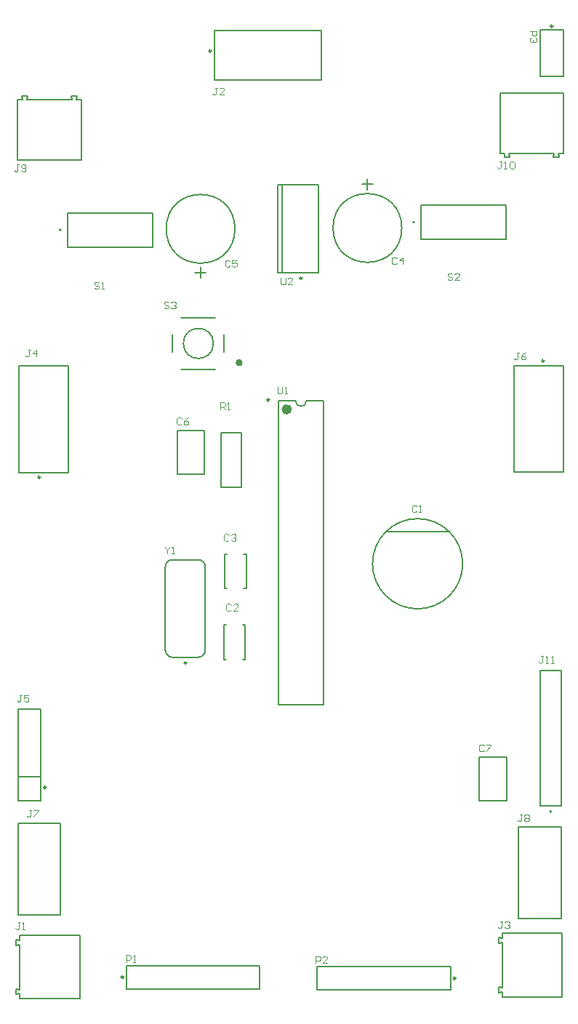
<source format=gto>
G04*
G04 #@! TF.GenerationSoftware,Altium Limited,Altium Designer,23.1.1 (15)*
G04*
G04 Layer_Color=65535*
%FSLAX44Y44*%
%MOMM*%
G71*
G04*
G04 #@! TF.SameCoordinates,CE7A5FB5-0843-4AAF-81C9-3556B418EFC3*
G04*
G04*
G04 #@! TF.FilePolarity,Positive*
G04*
G01*
G75*
%ADD10C,0.2000*%
%ADD11C,0.2500*%
%ADD12C,0.6000*%
%ADD13C,0.1270*%
%ADD14C,0.4000*%
%ADD15C,0.1500*%
%ADD16C,0.1000*%
D10*
X599440Y963130D02*
G03*
X612140Y963130I6350J0D01*
G01*
X738020Y1170940D02*
G03*
X738020Y1170940I-1000J0D01*
G01*
X897620Y484980D02*
G03*
X897620Y484980I-1000J0D01*
G01*
X326540Y1162000D02*
G03*
X326540Y1162000I-1000J0D01*
G01*
X528950Y1163320D02*
G03*
X528950Y1163320I-40000J0D01*
G01*
X723260Y1164310D02*
G03*
X723260Y1164310I-40000J0D01*
G01*
X456170Y778110D02*
G03*
X447920Y769860I0J-8250D01*
G01*
X494420Y769860D02*
G03*
X486170Y778110I-8250J0D01*
G01*
X486170Y664610D02*
G03*
X494420Y672860I0J8250D01*
G01*
X447920D02*
G03*
X456170Y664610I8250J0D01*
G01*
X813410Y497840D02*
Y548640D01*
X845210D01*
Y497840D02*
Y548640D01*
X813410Y497840D02*
X845210D01*
X840030Y279870D02*
Y332270D01*
Y337270D02*
Y343070D01*
X836030Y331520D02*
Y338020D01*
X840030Y337270D01*
X836030Y331520D02*
X840030Y332270D01*
Y269070D02*
Y274870D01*
X836030Y280620D02*
X840030Y279870D01*
X836030Y274120D02*
X840030Y274870D01*
X836030Y274120D02*
Y280620D01*
X910030Y269070D02*
Y343070D01*
X840030Y269070D02*
X910030D01*
X840030Y343070D02*
X910030D01*
X579290Y609130D02*
Y963130D01*
X632290Y609130D02*
Y963130D01*
X579290D02*
X599440D01*
X612140D02*
X632290D01*
X579290Y609130D02*
X632290D01*
X884570Y491480D02*
X908670D01*
X884570Y648980D02*
X908670D01*
X884570Y491480D02*
Y648980D01*
X908670Y491480D02*
Y648980D01*
X461620Y877570D02*
Y928370D01*
X493420D01*
Y877570D02*
Y928370D01*
X461620Y877570D02*
X493420D01*
X848370Y1251230D02*
X900770D01*
X837570D02*
X843370D01*
X842620Y1247230D02*
X849120D01*
X842620D02*
X843370Y1251230D01*
X848370D02*
X849120Y1247230D01*
X905770Y1251230D02*
X911570D01*
X900020Y1247230D02*
X900770Y1251230D01*
X905770D02*
X906520Y1247230D01*
X900020D02*
X906520D01*
X837570Y1321230D02*
X911570D01*
Y1251230D02*
Y1321230D01*
X837570Y1251230D02*
Y1321230D01*
X584190Y1112320D02*
Y1214320D01*
X579190Y1112320D02*
Y1214320D01*
X626190Y1112320D02*
Y1214320D01*
X579190D02*
X626190D01*
X579190Y1112320D02*
X626190D01*
X884440Y1340890D02*
Y1394690D01*
X911340D01*
Y1340890D02*
Y1394690D01*
X884440Y1340890D02*
X911340D01*
X349880Y1243610D02*
Y1313610D01*
X275880Y1243610D02*
Y1313610D01*
Y1243610D02*
X349880D01*
X280930Y1317610D02*
X287430D01*
X280930D02*
X281680Y1313610D01*
X286680D02*
X287430Y1317610D01*
X275880Y1313610D02*
X281680D01*
X338330Y1317610D02*
X339080Y1313610D01*
X344080D02*
X344830Y1317610D01*
X338330D02*
X344830D01*
X344080Y1313610D02*
X349880D01*
X286680D02*
X339080D01*
X488950Y1106170D02*
Y1118870D01*
X482600Y1112520D02*
X495300D01*
X676910Y1215110D02*
X689610D01*
X683260Y1208760D02*
Y1221460D01*
X456170Y664610D02*
X486170D01*
X456170Y778110D02*
X486170D01*
X447920Y672860D02*
Y769860D01*
X494420Y672860D02*
Y769860D01*
X512510Y925580D02*
X536510D01*
Y862580D02*
Y925580D01*
X512510Y862580D02*
Y925580D01*
Y862580D02*
X536510D01*
X624610Y304280D02*
X780010D01*
Y277380D02*
Y304280D01*
X624610Y277380D02*
X780010D01*
X624610D02*
Y304280D01*
X402360Y278650D02*
X557760D01*
X402360D02*
Y305550D01*
X557760D01*
Y278650D02*
Y305550D01*
X859170Y467370D02*
X908670D01*
X859170Y360670D02*
Y467370D01*
Y360670D02*
X908670D01*
Y467370D01*
X276240Y364480D02*
Y471180D01*
X325740D01*
Y364480D02*
Y471180D01*
X276240Y364480D02*
X325740D01*
X853730Y880140D02*
X911230D01*
Y1004140D01*
X853730D02*
X911230D01*
X853730Y880140D02*
Y1004140D01*
X276360Y497880D02*
Y604480D01*
X302760D01*
Y497880D02*
Y604480D01*
X276360Y497880D02*
X302760D01*
X276360Y525780D02*
X302760D01*
X277490Y1003670D02*
X334990D01*
X277490Y879670D02*
Y1003670D01*
Y879670D02*
X334990D01*
Y1003670D01*
X505490Y1336330D02*
X629490D01*
X505490D02*
Y1393830D01*
X629490D01*
Y1336330D02*
Y1393830D01*
X278410Y277790D02*
Y330190D01*
Y335190D02*
Y340990D01*
X274410Y329440D02*
Y335940D01*
X278410Y335190D01*
X274410Y329440D02*
X278410Y330190D01*
Y266990D02*
Y272790D01*
X274410Y278540D02*
X278410Y277790D01*
X274410Y272040D02*
X278410Y272790D01*
X274410Y272040D02*
Y278540D01*
X348410Y266990D02*
Y340990D01*
X278410Y266990D02*
X348410D01*
X278410Y340990D02*
X348410D01*
X539340Y784540D02*
X542090D01*
X517090D02*
X519840D01*
X517090Y744540D02*
Y784540D01*
X539340Y744540D02*
X542090D01*
X517090D02*
X519840D01*
X542090D02*
Y784540D01*
X538070Y701990D02*
X540820D01*
X515820D02*
X518570D01*
X515820Y661990D02*
Y701990D01*
X538070Y661990D02*
X540820D01*
X515820D02*
X518570D01*
X540820D02*
Y701990D01*
X706180Y810930D02*
X777180D01*
D11*
X568940Y964230D02*
G03*
X568940Y964230I-1250J0D01*
G01*
X607040Y1105820D02*
G03*
X607040Y1105820I-1250J0D01*
G01*
X899140Y1399190D02*
G03*
X899140Y1399190I-1250J0D01*
G01*
X472420Y658110D02*
G03*
X472420Y658110I-1250J0D01*
G01*
X785760Y290830D02*
G03*
X785760Y290830I-1250J0D01*
G01*
X399110Y292100D02*
G03*
X399110Y292100I-1250J0D01*
G01*
X888980Y1009640D02*
G03*
X888980Y1009640I-1250J0D01*
G01*
X308810Y513080D02*
G03*
X308810Y513080I-1250J0D01*
G01*
X302240Y874170D02*
G03*
X302240Y874170I-1250J0D01*
G01*
X501240Y1370330D02*
G03*
X501240Y1370330I-1250J0D01*
G01*
D12*
X592290Y953130D02*
G03*
X592290Y953130I-3000J0D01*
G01*
D13*
X503910Y1029970D02*
G03*
X503910Y1029970I-17500J0D01*
G01*
X745520Y1190740D02*
X844520D01*
Y1151140D02*
Y1190740D01*
X745520Y1151140D02*
X844520D01*
X745520D02*
Y1190740D01*
X516410Y1019970D02*
Y1039970D01*
X456410Y1019970D02*
Y1039970D01*
X466410Y999970D02*
X506410D01*
X466410Y1059970D02*
X506410D01*
X334040Y1181800D02*
X433040D01*
Y1142200D02*
Y1181800D01*
X334040Y1142200D02*
X433040D01*
X334040D02*
Y1181800D01*
D14*
X535910Y1007470D02*
G03*
X535910Y1007470I-2000J0D01*
G01*
D15*
X794180Y773430D02*
G03*
X794180Y773430I-52500J0D01*
G01*
D16*
X819087Y561466D02*
X817754Y562799D01*
X815088D01*
X813755Y561466D01*
Y556134D01*
X815088Y554801D01*
X817754D01*
X819087Y556134D01*
X821753Y562799D02*
X827085D01*
Y561466D01*
X821753Y556134D01*
Y554801D01*
X452057Y1077086D02*
X450724Y1078419D01*
X448058D01*
X446726Y1077086D01*
Y1075753D01*
X448058Y1074420D01*
X450724D01*
X452057Y1073087D01*
Y1071754D01*
X450724Y1070421D01*
X448058D01*
X446726Y1071754D01*
X454723Y1077086D02*
X456056Y1078419D01*
X458722D01*
X460055Y1077086D01*
Y1075753D01*
X458722Y1074420D01*
X457389D01*
X458722D01*
X460055Y1073087D01*
Y1071754D01*
X458722Y1070421D01*
X456056D01*
X454723Y1071754D01*
X888236Y665857D02*
X885570D01*
X886903D01*
Y659193D01*
X885570Y657860D01*
X884237D01*
X882904Y659193D01*
X890901Y657860D02*
X893567D01*
X892234D01*
Y665857D01*
X890901Y664525D01*
X897566Y657860D02*
X900232D01*
X898899D01*
Y665857D01*
X897566Y664525D01*
X466850Y942147D02*
X465517Y943479D01*
X462851D01*
X461518Y942147D01*
Y936815D01*
X462851Y935482D01*
X465517D01*
X466850Y936815D01*
X474847Y943479D02*
X472181Y942147D01*
X469515Y939481D01*
Y936815D01*
X470848Y935482D01*
X473514D01*
X474847Y936815D01*
Y938148D01*
X473514Y939481D01*
X469515D01*
X782257Y1110106D02*
X780924Y1111439D01*
X778258D01*
X776926Y1110106D01*
Y1108773D01*
X778258Y1107440D01*
X780924D01*
X782257Y1106107D01*
Y1104774D01*
X780924Y1103441D01*
X778258D01*
X776926Y1104774D01*
X790255Y1103441D02*
X784923D01*
X790255Y1108773D01*
Y1110106D01*
X788922Y1111439D01*
X786256D01*
X784923Y1110106D01*
X370840Y1099946D02*
X369507Y1101279D01*
X366841D01*
X365508Y1099946D01*
Y1098613D01*
X366841Y1097280D01*
X369507D01*
X370840Y1095947D01*
Y1094614D01*
X369507Y1093281D01*
X366841D01*
X365508Y1094614D01*
X373506Y1093281D02*
X376172D01*
X374839D01*
Y1101279D01*
X373506Y1099946D01*
X839885Y1241689D02*
X837219D01*
X838552D01*
Y1235024D01*
X837219Y1233691D01*
X835886D01*
X834553Y1235024D01*
X842551Y1233691D02*
X845216D01*
X843884D01*
Y1241689D01*
X842551Y1240356D01*
X849215D02*
X850548Y1241689D01*
X853214D01*
X854547Y1240356D01*
Y1235024D01*
X853214Y1233691D01*
X850548D01*
X849215Y1235024D01*
Y1240356D01*
X582616Y1106359D02*
Y1099694D01*
X583948Y1098361D01*
X586614D01*
X587947Y1099694D01*
Y1106359D01*
X595945Y1098361D02*
X590613D01*
X595945Y1103693D01*
Y1105026D01*
X594612Y1106359D01*
X591946D01*
X590613Y1105026D01*
X872301Y1393504D02*
X880299D01*
Y1389506D01*
X878966Y1388173D01*
X876300D01*
X874967Y1389506D01*
Y1393504D01*
X878966Y1385507D02*
X880299Y1384174D01*
Y1381508D01*
X878966Y1380175D01*
X877633D01*
X876300Y1381508D01*
Y1382841D01*
Y1381508D01*
X874967Y1380175D01*
X873634D01*
X872301Y1381508D01*
Y1384174D01*
X873634Y1385507D01*
X277257Y1238159D02*
X274591D01*
X275924D01*
Y1231494D01*
X274591Y1230161D01*
X273258D01*
X271926Y1231494D01*
X279923D02*
X281256Y1230161D01*
X283922D01*
X285254Y1231494D01*
Y1236826D01*
X283922Y1238159D01*
X281256D01*
X279923Y1236826D01*
Y1235493D01*
X281256Y1234160D01*
X285254D01*
X523177Y1125626D02*
X521844Y1126959D01*
X519178D01*
X517845Y1125626D01*
Y1120294D01*
X519178Y1118961D01*
X521844D01*
X523177Y1120294D01*
X531175Y1126959D02*
X525843D01*
Y1122960D01*
X528509Y1124293D01*
X529842D01*
X531175Y1122960D01*
Y1120294D01*
X529842Y1118961D01*
X527176D01*
X525843Y1120294D01*
X717487Y1128876D02*
X716154Y1130209D01*
X713488D01*
X712156Y1128876D01*
Y1123544D01*
X713488Y1122211D01*
X716154D01*
X717487Y1123544D01*
X724152Y1122211D02*
Y1130209D01*
X720153Y1126210D01*
X725484D01*
X447548Y793365D02*
Y792032D01*
X450214Y789367D01*
X452880Y792032D01*
Y793365D01*
X450214Y789367D02*
Y785368D01*
X455545D02*
X458211D01*
X456878D01*
Y793365D01*
X455545Y792032D01*
X578868Y979359D02*
Y972694D01*
X580201Y971361D01*
X582867D01*
X584200Y972694D01*
Y979359D01*
X586866Y971361D02*
X589532D01*
X588199D01*
Y979359D01*
X586866Y978026D01*
X512318Y953262D02*
Y961259D01*
X516317D01*
X517650Y959927D01*
Y957261D01*
X516317Y955928D01*
X512318D01*
X514984D02*
X517650Y953262D01*
X520315D02*
X522981D01*
X521648D01*
Y961259D01*
X520315Y959927D01*
X623256Y308421D02*
Y316419D01*
X627254D01*
X628587Y315086D01*
Y312420D01*
X627254Y311087D01*
X623256D01*
X636585Y308421D02*
X631253D01*
X636585Y313753D01*
Y315086D01*
X635252Y316419D01*
X632586D01*
X631253Y315086D01*
X402338Y309691D02*
Y317689D01*
X406337D01*
X407670Y316356D01*
Y313690D01*
X406337Y312357D01*
X402338D01*
X410336Y309691D02*
X413002D01*
X411669D01*
Y317689D01*
X410336Y316356D01*
X863537Y481519D02*
X860871D01*
X862204D01*
Y474854D01*
X860871Y473521D01*
X859538D01*
X858205Y474854D01*
X866203Y480186D02*
X867536Y481519D01*
X870202D01*
X871535Y480186D01*
Y478853D01*
X870202Y477520D01*
X871535Y476187D01*
Y474854D01*
X870202Y473521D01*
X867536D01*
X866203Y474854D01*
Y476187D01*
X867536Y477520D01*
X866203Y478853D01*
Y480186D01*
X867536Y477520D02*
X870202D01*
X292037Y486599D02*
X289371D01*
X290704D01*
Y479934D01*
X289371Y478601D01*
X288038D01*
X286705Y479934D01*
X294703Y486599D02*
X300035D01*
Y485266D01*
X294703Y479934D01*
Y478601D01*
X859727Y1019199D02*
X857061D01*
X858394D01*
Y1012534D01*
X857061Y1011201D01*
X855728D01*
X854396Y1012534D01*
X867725Y1019199D02*
X865059Y1017866D01*
X862393Y1015200D01*
Y1012534D01*
X863726Y1011201D01*
X866392D01*
X867725Y1012534D01*
Y1013867D01*
X866392Y1015200D01*
X862393D01*
X280668Y620645D02*
X278002D01*
X279335D01*
Y613981D01*
X278002Y612648D01*
X276669D01*
X275336Y613981D01*
X288665Y620645D02*
X283333D01*
Y616647D01*
X285999Y617980D01*
X287332D01*
X288665Y616647D01*
Y613981D01*
X287332Y612648D01*
X284666D01*
X283333Y613981D01*
X290767Y1022539D02*
X288101D01*
X289434D01*
Y1015874D01*
X288101Y1014541D01*
X286768D01*
X285436Y1015874D01*
X297432Y1014541D02*
Y1022539D01*
X293433Y1018540D01*
X298764D01*
X840677Y357059D02*
X838011D01*
X839344D01*
Y350394D01*
X838011Y349061D01*
X836678D01*
X835346Y350394D01*
X843343Y355726D02*
X844676Y357059D01*
X847342D01*
X848674Y355726D01*
Y354393D01*
X847342Y353060D01*
X846009D01*
X847342D01*
X848674Y351727D01*
Y350394D01*
X847342Y349061D01*
X844676D01*
X843343Y350394D01*
X508337Y1327339D02*
X505671D01*
X507004D01*
Y1320674D01*
X505671Y1319341D01*
X504338D01*
X503005Y1320674D01*
X516334Y1319341D02*
X511003D01*
X516334Y1324673D01*
Y1326006D01*
X515002Y1327339D01*
X512336D01*
X511003Y1326006D01*
X278840Y355789D02*
X276174D01*
X277507D01*
Y349124D01*
X276174Y347791D01*
X274841D01*
X273508Y349124D01*
X281506Y347791D02*
X284172D01*
X282839D01*
Y355789D01*
X281506Y354456D01*
X521907Y806576D02*
X520574Y807909D01*
X517908D01*
X516576Y806576D01*
Y801244D01*
X517908Y799911D01*
X520574D01*
X521907Y801244D01*
X524573Y806576D02*
X525906Y807909D01*
X528572D01*
X529905Y806576D01*
Y805243D01*
X528572Y803910D01*
X527239D01*
X528572D01*
X529905Y802577D01*
Y801244D01*
X528572Y799911D01*
X525906D01*
X524573Y801244D01*
X524447Y725296D02*
X523114Y726629D01*
X520448D01*
X519115Y725296D01*
Y719964D01*
X520448Y718631D01*
X523114D01*
X524447Y719964D01*
X532444Y718631D02*
X527113D01*
X532444Y723963D01*
Y725296D01*
X531112Y726629D01*
X528446D01*
X527113Y725296D01*
X740410Y839996D02*
X739077Y841329D01*
X736411D01*
X735078Y839996D01*
Y834664D01*
X736411Y833331D01*
X739077D01*
X740410Y834664D01*
X743076Y833331D02*
X745742D01*
X744409D01*
Y841329D01*
X743076Y839996D01*
M02*

</source>
